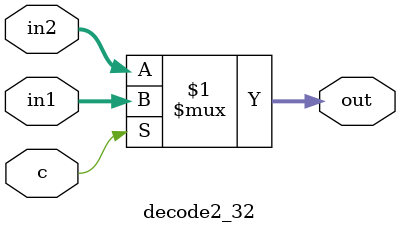
<source format=v>
`timescale 1ns / 1ps
module decode2_32(in1,in2,c,out
    );
	input wire [31:0] in1,in2;
	input wire c;
	output wire [31:0] out;
	
	assign out=c?in1:in2;

endmodule

</source>
